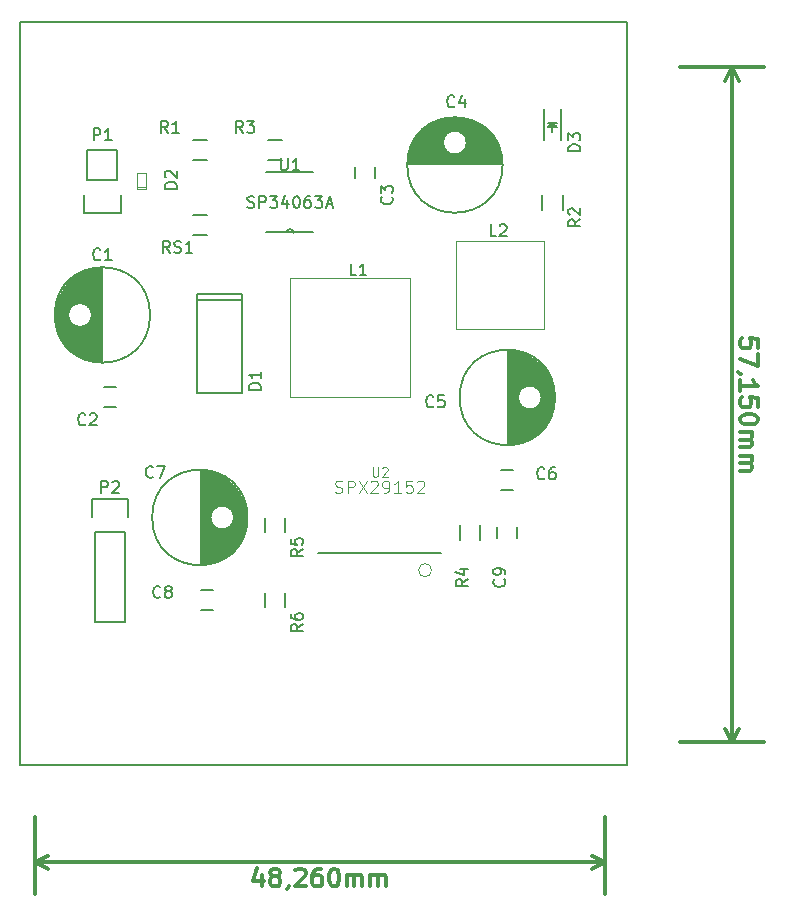
<source format=gbr>
G04 #@! TF.FileFunction,Legend,Top*
%FSLAX46Y46*%
G04 Gerber Fmt 4.6, Leading zero omitted, Abs format (unit mm)*
G04 Created by KiCad (PCBNEW 4.0.5+dfsg1-4~bpo8+1) date Tue Dec  5 21:37:09 2017*
%MOMM*%
%LPD*%
G01*
G04 APERTURE LIST*
%ADD10C,0.100000*%
%ADD11C,0.300000*%
%ADD12C,0.200000*%
%ADD13C,0.150000*%
%ADD14C,0.050000*%
%ADD15C,0.152400*%
%ADD16C,0.203200*%
G04 APERTURE END LIST*
D10*
D11*
X136676430Y-138823571D02*
X136676430Y-139823571D01*
X136319287Y-138252143D02*
X135962144Y-139323571D01*
X136890716Y-139323571D01*
X137676430Y-138966429D02*
X137533572Y-138895000D01*
X137462144Y-138823571D01*
X137390715Y-138680714D01*
X137390715Y-138609286D01*
X137462144Y-138466429D01*
X137533572Y-138395000D01*
X137676430Y-138323571D01*
X137962144Y-138323571D01*
X138105001Y-138395000D01*
X138176430Y-138466429D01*
X138247858Y-138609286D01*
X138247858Y-138680714D01*
X138176430Y-138823571D01*
X138105001Y-138895000D01*
X137962144Y-138966429D01*
X137676430Y-138966429D01*
X137533572Y-139037857D01*
X137462144Y-139109286D01*
X137390715Y-139252143D01*
X137390715Y-139537857D01*
X137462144Y-139680714D01*
X137533572Y-139752143D01*
X137676430Y-139823571D01*
X137962144Y-139823571D01*
X138105001Y-139752143D01*
X138176430Y-139680714D01*
X138247858Y-139537857D01*
X138247858Y-139252143D01*
X138176430Y-139109286D01*
X138105001Y-139037857D01*
X137962144Y-138966429D01*
X138962143Y-139752143D02*
X138962143Y-139823571D01*
X138890715Y-139966429D01*
X138819286Y-140037857D01*
X139533572Y-138466429D02*
X139605001Y-138395000D01*
X139747858Y-138323571D01*
X140105001Y-138323571D01*
X140247858Y-138395000D01*
X140319287Y-138466429D01*
X140390715Y-138609286D01*
X140390715Y-138752143D01*
X140319287Y-138966429D01*
X139462144Y-139823571D01*
X140390715Y-139823571D01*
X141676429Y-138323571D02*
X141390715Y-138323571D01*
X141247858Y-138395000D01*
X141176429Y-138466429D01*
X141033572Y-138680714D01*
X140962143Y-138966429D01*
X140962143Y-139537857D01*
X141033572Y-139680714D01*
X141105000Y-139752143D01*
X141247858Y-139823571D01*
X141533572Y-139823571D01*
X141676429Y-139752143D01*
X141747858Y-139680714D01*
X141819286Y-139537857D01*
X141819286Y-139180714D01*
X141747858Y-139037857D01*
X141676429Y-138966429D01*
X141533572Y-138895000D01*
X141247858Y-138895000D01*
X141105000Y-138966429D01*
X141033572Y-139037857D01*
X140962143Y-139180714D01*
X142747857Y-138323571D02*
X142890714Y-138323571D01*
X143033571Y-138395000D01*
X143105000Y-138466429D01*
X143176429Y-138609286D01*
X143247857Y-138895000D01*
X143247857Y-139252143D01*
X143176429Y-139537857D01*
X143105000Y-139680714D01*
X143033571Y-139752143D01*
X142890714Y-139823571D01*
X142747857Y-139823571D01*
X142605000Y-139752143D01*
X142533571Y-139680714D01*
X142462143Y-139537857D01*
X142390714Y-139252143D01*
X142390714Y-138895000D01*
X142462143Y-138609286D01*
X142533571Y-138466429D01*
X142605000Y-138395000D01*
X142747857Y-138323571D01*
X143890714Y-139823571D02*
X143890714Y-138823571D01*
X143890714Y-138966429D02*
X143962142Y-138895000D01*
X144105000Y-138823571D01*
X144319285Y-138823571D01*
X144462142Y-138895000D01*
X144533571Y-139037857D01*
X144533571Y-139823571D01*
X144533571Y-139037857D02*
X144605000Y-138895000D01*
X144747857Y-138823571D01*
X144962142Y-138823571D01*
X145105000Y-138895000D01*
X145176428Y-139037857D01*
X145176428Y-139823571D01*
X145890714Y-139823571D02*
X145890714Y-138823571D01*
X145890714Y-138966429D02*
X145962142Y-138895000D01*
X146105000Y-138823571D01*
X146319285Y-138823571D01*
X146462142Y-138895000D01*
X146533571Y-139037857D01*
X146533571Y-139823571D01*
X146533571Y-139037857D02*
X146605000Y-138895000D01*
X146747857Y-138823571D01*
X146962142Y-138823571D01*
X147105000Y-138895000D01*
X147176428Y-139037857D01*
X147176428Y-139823571D01*
X117475000Y-137795000D02*
X165735000Y-137795000D01*
X117475000Y-133985000D02*
X117475000Y-140495000D01*
X165735000Y-133985000D02*
X165735000Y-140495000D01*
X165735000Y-137795000D02*
X164608496Y-138381421D01*
X165735000Y-137795000D02*
X164608496Y-137208579D01*
X117475000Y-137795000D02*
X118601504Y-138381421D01*
X117475000Y-137795000D02*
X118601504Y-137208579D01*
X178701429Y-94202859D02*
X178701429Y-93488573D01*
X177987143Y-93417144D01*
X178058571Y-93488573D01*
X178130000Y-93631430D01*
X178130000Y-93988573D01*
X178058571Y-94131430D01*
X177987143Y-94202859D01*
X177844286Y-94274287D01*
X177487143Y-94274287D01*
X177344286Y-94202859D01*
X177272857Y-94131430D01*
X177201429Y-93988573D01*
X177201429Y-93631430D01*
X177272857Y-93488573D01*
X177344286Y-93417144D01*
X178701429Y-94774287D02*
X178701429Y-95774287D01*
X177201429Y-95131430D01*
X177272857Y-96417143D02*
X177201429Y-96417143D01*
X177058571Y-96345715D01*
X176987143Y-96274286D01*
X177201429Y-97845715D02*
X177201429Y-96988572D01*
X177201429Y-97417144D02*
X178701429Y-97417144D01*
X178487143Y-97274287D01*
X178344286Y-97131429D01*
X178272857Y-96988572D01*
X178701429Y-99202858D02*
X178701429Y-98488572D01*
X177987143Y-98417143D01*
X178058571Y-98488572D01*
X178130000Y-98631429D01*
X178130000Y-98988572D01*
X178058571Y-99131429D01*
X177987143Y-99202858D01*
X177844286Y-99274286D01*
X177487143Y-99274286D01*
X177344286Y-99202858D01*
X177272857Y-99131429D01*
X177201429Y-98988572D01*
X177201429Y-98631429D01*
X177272857Y-98488572D01*
X177344286Y-98417143D01*
X178701429Y-100202857D02*
X178701429Y-100345714D01*
X178630000Y-100488571D01*
X178558571Y-100560000D01*
X178415714Y-100631429D01*
X178130000Y-100702857D01*
X177772857Y-100702857D01*
X177487143Y-100631429D01*
X177344286Y-100560000D01*
X177272857Y-100488571D01*
X177201429Y-100345714D01*
X177201429Y-100202857D01*
X177272857Y-100060000D01*
X177344286Y-99988571D01*
X177487143Y-99917143D01*
X177772857Y-99845714D01*
X178130000Y-99845714D01*
X178415714Y-99917143D01*
X178558571Y-99988571D01*
X178630000Y-100060000D01*
X178701429Y-100202857D01*
X177201429Y-101345714D02*
X178201429Y-101345714D01*
X178058571Y-101345714D02*
X178130000Y-101417142D01*
X178201429Y-101560000D01*
X178201429Y-101774285D01*
X178130000Y-101917142D01*
X177987143Y-101988571D01*
X177201429Y-101988571D01*
X177987143Y-101988571D02*
X178130000Y-102060000D01*
X178201429Y-102202857D01*
X178201429Y-102417142D01*
X178130000Y-102560000D01*
X177987143Y-102631428D01*
X177201429Y-102631428D01*
X177201429Y-103345714D02*
X178201429Y-103345714D01*
X178058571Y-103345714D02*
X178130000Y-103417142D01*
X178201429Y-103560000D01*
X178201429Y-103774285D01*
X178130000Y-103917142D01*
X177987143Y-103988571D01*
X177201429Y-103988571D01*
X177987143Y-103988571D02*
X178130000Y-104060000D01*
X178201429Y-104202857D01*
X178201429Y-104417142D01*
X178130000Y-104560000D01*
X177987143Y-104631428D01*
X177201429Y-104631428D01*
X176530000Y-70485000D02*
X176530000Y-127635000D01*
X172085000Y-70485000D02*
X179230000Y-70485000D01*
X172085000Y-127635000D02*
X179230000Y-127635000D01*
X176530000Y-127635000D02*
X175943579Y-126508496D01*
X176530000Y-127635000D02*
X177116421Y-126508496D01*
X176530000Y-70485000D02*
X175943579Y-71611504D01*
X176530000Y-70485000D02*
X177116421Y-71611504D01*
D12*
X116205000Y-129540000D02*
X116205000Y-66675000D01*
X167640000Y-129540000D02*
X116205000Y-129540000D01*
X167640000Y-66675000D02*
X167640000Y-129540000D01*
X116205000Y-66675000D02*
X167640000Y-66675000D01*
D13*
X121920000Y-80010000D02*
X121920000Y-77470000D01*
X121640000Y-82830000D02*
X121640000Y-81280000D01*
X121920000Y-80010000D02*
X124460000Y-80010000D01*
X124740000Y-81280000D02*
X124740000Y-82830000D01*
X124740000Y-82830000D02*
X121640000Y-82830000D01*
X124460000Y-80010000D02*
X124460000Y-77470000D01*
X124460000Y-77470000D02*
X121920000Y-77470000D01*
X122555000Y-109855000D02*
X122555000Y-117475000D01*
X125095000Y-109855000D02*
X125095000Y-117475000D01*
X125375000Y-107035000D02*
X125375000Y-108585000D01*
X122555000Y-117475000D02*
X125095000Y-117475000D01*
X125095000Y-109855000D02*
X122555000Y-109855000D01*
X122275000Y-108585000D02*
X122275000Y-107035000D01*
X122275000Y-107035000D02*
X125375000Y-107035000D01*
X130845000Y-82945000D02*
X132045000Y-82945000D01*
X132045000Y-84695000D02*
X130845000Y-84695000D01*
X131191000Y-90170000D02*
X135001000Y-90170000D01*
X131191000Y-98044000D02*
X135001000Y-98044000D01*
X135001000Y-98044000D02*
X135001000Y-89662000D01*
X135001000Y-89662000D02*
X131191000Y-89662000D01*
X131191000Y-89662000D02*
X131191000Y-98044000D01*
X123120000Y-95439000D02*
X123120000Y-87441000D01*
X122980000Y-95434000D02*
X122980000Y-87446000D01*
X122840000Y-95424000D02*
X122840000Y-87456000D01*
X122700000Y-95409000D02*
X122700000Y-87471000D01*
X122560000Y-95389000D02*
X122560000Y-87491000D01*
X122420000Y-95364000D02*
X122420000Y-87516000D01*
X122280000Y-95334000D02*
X122280000Y-91613000D01*
X122280000Y-91267000D02*
X122280000Y-87546000D01*
X122140000Y-95298000D02*
X122140000Y-91975000D01*
X122140000Y-90905000D02*
X122140000Y-87582000D01*
X122000000Y-95257000D02*
X122000000Y-92149000D01*
X122000000Y-90731000D02*
X122000000Y-87623000D01*
X121860000Y-95211000D02*
X121860000Y-92265000D01*
X121860000Y-90615000D02*
X121860000Y-87669000D01*
X121720000Y-95158000D02*
X121720000Y-92345000D01*
X121720000Y-90535000D02*
X121720000Y-87722000D01*
X121580000Y-95099000D02*
X121580000Y-92399000D01*
X121580000Y-90481000D02*
X121580000Y-87781000D01*
X121440000Y-95034000D02*
X121440000Y-92429000D01*
X121440000Y-90451000D02*
X121440000Y-87846000D01*
X121300000Y-94963000D02*
X121300000Y-92440000D01*
X121300000Y-90440000D02*
X121300000Y-87917000D01*
X121160000Y-94884000D02*
X121160000Y-92431000D01*
X121160000Y-90449000D02*
X121160000Y-87996000D01*
X121020000Y-94797000D02*
X121020000Y-92401000D01*
X121020000Y-90479000D02*
X121020000Y-88083000D01*
X120880000Y-94702000D02*
X120880000Y-92350000D01*
X120880000Y-90530000D02*
X120880000Y-88178000D01*
X120740000Y-94598000D02*
X120740000Y-92272000D01*
X120740000Y-90608000D02*
X120740000Y-88282000D01*
X120600000Y-94484000D02*
X120600000Y-92159000D01*
X120600000Y-90721000D02*
X120600000Y-88396000D01*
X120460000Y-94359000D02*
X120460000Y-91990000D01*
X120460000Y-90890000D02*
X120460000Y-88521000D01*
X120320000Y-94221000D02*
X120320000Y-91662000D01*
X120320000Y-91218000D02*
X120320000Y-88659000D01*
X120180000Y-94069000D02*
X120180000Y-88811000D01*
X120040000Y-93899000D02*
X120040000Y-88981000D01*
X119900000Y-93708000D02*
X119900000Y-89172000D01*
X119760000Y-93490000D02*
X119760000Y-89390000D01*
X119620000Y-93234000D02*
X119620000Y-89646000D01*
X119480000Y-92923000D02*
X119480000Y-89957000D01*
X119340000Y-92507000D02*
X119340000Y-90373000D01*
X119200000Y-91640000D02*
X119200000Y-91240000D01*
X122295000Y-91440000D02*
G75*
G03X122295000Y-91440000I-1000000J0D01*
G01*
X127232500Y-91440000D02*
G75*
G03X127232500Y-91440000I-4037500J0D01*
G01*
X123325000Y-99275000D02*
X124325000Y-99275000D01*
X124325000Y-97575000D02*
X123325000Y-97575000D01*
X144565000Y-78875000D02*
X144565000Y-79875000D01*
X146265000Y-79875000D02*
X146265000Y-78875000D01*
X149036000Y-78670000D02*
X157034000Y-78670000D01*
X149041000Y-78530000D02*
X157029000Y-78530000D01*
X149051000Y-78390000D02*
X157019000Y-78390000D01*
X149066000Y-78250000D02*
X157004000Y-78250000D01*
X149086000Y-78110000D02*
X156984000Y-78110000D01*
X149111000Y-77970000D02*
X156959000Y-77970000D01*
X149141000Y-77830000D02*
X152862000Y-77830000D01*
X153208000Y-77830000D02*
X156929000Y-77830000D01*
X149177000Y-77690000D02*
X152500000Y-77690000D01*
X153570000Y-77690000D02*
X156893000Y-77690000D01*
X149218000Y-77550000D02*
X152326000Y-77550000D01*
X153744000Y-77550000D02*
X156852000Y-77550000D01*
X149264000Y-77410000D02*
X152210000Y-77410000D01*
X153860000Y-77410000D02*
X156806000Y-77410000D01*
X149317000Y-77270000D02*
X152130000Y-77270000D01*
X153940000Y-77270000D02*
X156753000Y-77270000D01*
X149376000Y-77130000D02*
X152076000Y-77130000D01*
X153994000Y-77130000D02*
X156694000Y-77130000D01*
X149441000Y-76990000D02*
X152046000Y-76990000D01*
X154024000Y-76990000D02*
X156629000Y-76990000D01*
X149512000Y-76850000D02*
X152035000Y-76850000D01*
X154035000Y-76850000D02*
X156558000Y-76850000D01*
X149591000Y-76710000D02*
X152044000Y-76710000D01*
X154026000Y-76710000D02*
X156479000Y-76710000D01*
X149678000Y-76570000D02*
X152074000Y-76570000D01*
X153996000Y-76570000D02*
X156392000Y-76570000D01*
X149773000Y-76430000D02*
X152125000Y-76430000D01*
X153945000Y-76430000D02*
X156297000Y-76430000D01*
X149877000Y-76290000D02*
X152203000Y-76290000D01*
X153867000Y-76290000D02*
X156193000Y-76290000D01*
X149991000Y-76150000D02*
X152316000Y-76150000D01*
X153754000Y-76150000D02*
X156079000Y-76150000D01*
X150116000Y-76010000D02*
X152485000Y-76010000D01*
X153585000Y-76010000D02*
X155954000Y-76010000D01*
X150254000Y-75870000D02*
X152813000Y-75870000D01*
X153257000Y-75870000D02*
X155816000Y-75870000D01*
X150406000Y-75730000D02*
X155664000Y-75730000D01*
X150576000Y-75590000D02*
X155494000Y-75590000D01*
X150767000Y-75450000D02*
X155303000Y-75450000D01*
X150985000Y-75310000D02*
X155085000Y-75310000D01*
X151241000Y-75170000D02*
X154829000Y-75170000D01*
X151552000Y-75030000D02*
X154518000Y-75030000D01*
X151968000Y-74890000D02*
X154102000Y-74890000D01*
X152835000Y-74750000D02*
X153235000Y-74750000D01*
X154035000Y-76845000D02*
G75*
G03X154035000Y-76845000I-1000000J0D01*
G01*
X157072500Y-78745000D02*
G75*
G03X157072500Y-78745000I-4037500J0D01*
G01*
X157550000Y-94426000D02*
X157550000Y-102424000D01*
X157690000Y-94431000D02*
X157690000Y-102419000D01*
X157830000Y-94441000D02*
X157830000Y-102409000D01*
X157970000Y-94456000D02*
X157970000Y-102394000D01*
X158110000Y-94476000D02*
X158110000Y-102374000D01*
X158250000Y-94501000D02*
X158250000Y-102349000D01*
X158390000Y-94531000D02*
X158390000Y-98252000D01*
X158390000Y-98598000D02*
X158390000Y-102319000D01*
X158530000Y-94567000D02*
X158530000Y-97890000D01*
X158530000Y-98960000D02*
X158530000Y-102283000D01*
X158670000Y-94608000D02*
X158670000Y-97716000D01*
X158670000Y-99134000D02*
X158670000Y-102242000D01*
X158810000Y-94654000D02*
X158810000Y-97600000D01*
X158810000Y-99250000D02*
X158810000Y-102196000D01*
X158950000Y-94707000D02*
X158950000Y-97520000D01*
X158950000Y-99330000D02*
X158950000Y-102143000D01*
X159090000Y-94766000D02*
X159090000Y-97466000D01*
X159090000Y-99384000D02*
X159090000Y-102084000D01*
X159230000Y-94831000D02*
X159230000Y-97436000D01*
X159230000Y-99414000D02*
X159230000Y-102019000D01*
X159370000Y-94902000D02*
X159370000Y-97425000D01*
X159370000Y-99425000D02*
X159370000Y-101948000D01*
X159510000Y-94981000D02*
X159510000Y-97434000D01*
X159510000Y-99416000D02*
X159510000Y-101869000D01*
X159650000Y-95068000D02*
X159650000Y-97464000D01*
X159650000Y-99386000D02*
X159650000Y-101782000D01*
X159790000Y-95163000D02*
X159790000Y-97515000D01*
X159790000Y-99335000D02*
X159790000Y-101687000D01*
X159930000Y-95267000D02*
X159930000Y-97593000D01*
X159930000Y-99257000D02*
X159930000Y-101583000D01*
X160070000Y-95381000D02*
X160070000Y-97706000D01*
X160070000Y-99144000D02*
X160070000Y-101469000D01*
X160210000Y-95506000D02*
X160210000Y-97875000D01*
X160210000Y-98975000D02*
X160210000Y-101344000D01*
X160350000Y-95644000D02*
X160350000Y-98203000D01*
X160350000Y-98647000D02*
X160350000Y-101206000D01*
X160490000Y-95796000D02*
X160490000Y-101054000D01*
X160630000Y-95966000D02*
X160630000Y-100884000D01*
X160770000Y-96157000D02*
X160770000Y-100693000D01*
X160910000Y-96375000D02*
X160910000Y-100475000D01*
X161050000Y-96631000D02*
X161050000Y-100219000D01*
X161190000Y-96942000D02*
X161190000Y-99908000D01*
X161330000Y-97358000D02*
X161330000Y-99492000D01*
X161470000Y-98225000D02*
X161470000Y-98625000D01*
X160375000Y-98425000D02*
G75*
G03X160375000Y-98425000I-1000000J0D01*
G01*
X161512500Y-98425000D02*
G75*
G03X161512500Y-98425000I-4037500J0D01*
G01*
X157980000Y-104560000D02*
X156980000Y-104560000D01*
X156980000Y-106260000D02*
X157980000Y-106260000D01*
X131515000Y-104586000D02*
X131515000Y-112584000D01*
X131655000Y-104591000D02*
X131655000Y-112579000D01*
X131795000Y-104601000D02*
X131795000Y-112569000D01*
X131935000Y-104616000D02*
X131935000Y-112554000D01*
X132075000Y-104636000D02*
X132075000Y-112534000D01*
X132215000Y-104661000D02*
X132215000Y-112509000D01*
X132355000Y-104691000D02*
X132355000Y-108412000D01*
X132355000Y-108758000D02*
X132355000Y-112479000D01*
X132495000Y-104727000D02*
X132495000Y-108050000D01*
X132495000Y-109120000D02*
X132495000Y-112443000D01*
X132635000Y-104768000D02*
X132635000Y-107876000D01*
X132635000Y-109294000D02*
X132635000Y-112402000D01*
X132775000Y-104814000D02*
X132775000Y-107760000D01*
X132775000Y-109410000D02*
X132775000Y-112356000D01*
X132915000Y-104867000D02*
X132915000Y-107680000D01*
X132915000Y-109490000D02*
X132915000Y-112303000D01*
X133055000Y-104926000D02*
X133055000Y-107626000D01*
X133055000Y-109544000D02*
X133055000Y-112244000D01*
X133195000Y-104991000D02*
X133195000Y-107596000D01*
X133195000Y-109574000D02*
X133195000Y-112179000D01*
X133335000Y-105062000D02*
X133335000Y-107585000D01*
X133335000Y-109585000D02*
X133335000Y-112108000D01*
X133475000Y-105141000D02*
X133475000Y-107594000D01*
X133475000Y-109576000D02*
X133475000Y-112029000D01*
X133615000Y-105228000D02*
X133615000Y-107624000D01*
X133615000Y-109546000D02*
X133615000Y-111942000D01*
X133755000Y-105323000D02*
X133755000Y-107675000D01*
X133755000Y-109495000D02*
X133755000Y-111847000D01*
X133895000Y-105427000D02*
X133895000Y-107753000D01*
X133895000Y-109417000D02*
X133895000Y-111743000D01*
X134035000Y-105541000D02*
X134035000Y-107866000D01*
X134035000Y-109304000D02*
X134035000Y-111629000D01*
X134175000Y-105666000D02*
X134175000Y-108035000D01*
X134175000Y-109135000D02*
X134175000Y-111504000D01*
X134315000Y-105804000D02*
X134315000Y-108363000D01*
X134315000Y-108807000D02*
X134315000Y-111366000D01*
X134455000Y-105956000D02*
X134455000Y-111214000D01*
X134595000Y-106126000D02*
X134595000Y-111044000D01*
X134735000Y-106317000D02*
X134735000Y-110853000D01*
X134875000Y-106535000D02*
X134875000Y-110635000D01*
X135015000Y-106791000D02*
X135015000Y-110379000D01*
X135155000Y-107102000D02*
X135155000Y-110068000D01*
X135295000Y-107518000D02*
X135295000Y-109652000D01*
X135435000Y-108385000D02*
X135435000Y-108785000D01*
X134340000Y-108585000D02*
G75*
G03X134340000Y-108585000I-1000000J0D01*
G01*
X135477500Y-108585000D02*
G75*
G03X135477500Y-108585000I-4037500J0D01*
G01*
X132580000Y-114720000D02*
X131580000Y-114720000D01*
X131580000Y-116420000D02*
X132580000Y-116420000D01*
X156630000Y-109355000D02*
X156630000Y-110355000D01*
X158330000Y-110355000D02*
X158330000Y-109355000D01*
D14*
X126892000Y-80610000D02*
X126092000Y-80610000D01*
X126092000Y-80610000D02*
X126092000Y-80810000D01*
X126092000Y-80810000D02*
X126892000Y-80810000D01*
X126892000Y-80810000D02*
X126892000Y-79410000D01*
X126892000Y-79410000D02*
X126092000Y-79410000D01*
X126092000Y-79410000D02*
X126092000Y-80610000D01*
D13*
X160540000Y-73965000D02*
X160540000Y-76665000D01*
X162040000Y-73965000D02*
X162040000Y-76665000D01*
X161140000Y-75465000D02*
X161390000Y-75465000D01*
X161390000Y-75465000D02*
X161240000Y-75315000D01*
X161640000Y-75215000D02*
X160940000Y-75215000D01*
X161290000Y-75565000D02*
X161290000Y-75915000D01*
X161290000Y-75215000D02*
X161640000Y-75565000D01*
X161640000Y-75565000D02*
X160940000Y-75565000D01*
X160940000Y-75565000D02*
X161290000Y-75215000D01*
X130845000Y-76595000D02*
X132045000Y-76595000D01*
X132045000Y-78345000D02*
X130845000Y-78345000D01*
X162165000Y-81315000D02*
X162165000Y-82515000D01*
X160415000Y-82515000D02*
X160415000Y-81315000D01*
X137195000Y-76595000D02*
X138395000Y-76595000D01*
X138395000Y-78345000D02*
X137195000Y-78345000D01*
X155180000Y-109255000D02*
X155180000Y-110455000D01*
X153430000Y-110455000D02*
X153430000Y-109255000D01*
X138670000Y-108620000D02*
X138670000Y-109820000D01*
X136920000Y-109820000D02*
X136920000Y-108620000D01*
X138670000Y-114970000D02*
X138670000Y-116170000D01*
X136920000Y-116170000D02*
X136920000Y-114970000D01*
D15*
X141058900Y-79375000D02*
X137071100Y-79375000D01*
X137071100Y-84455000D02*
X141058900Y-84455000D01*
X139369800Y-84467700D02*
G75*
G03X138760200Y-84467700I-304800J0D01*
G01*
D14*
X160595000Y-92650000D02*
X153095000Y-92650000D01*
X153095000Y-92650000D02*
X153095000Y-85150000D01*
X160595000Y-85150000D02*
X153095000Y-85150000D01*
X160595000Y-92650000D02*
X160595000Y-85150000D01*
D16*
X141484390Y-111571070D02*
X151884390Y-111571070D01*
D10*
X151061590Y-113046070D02*
G75*
G03X151061590Y-113046070I-552200J0D01*
G01*
D14*
X139095000Y-88345000D02*
X149195000Y-88345000D01*
X149195000Y-88345000D02*
X149195000Y-98345000D01*
X139095000Y-98345000D02*
X149195000Y-98345000D01*
X139095000Y-98345000D02*
X139095000Y-88345000D01*
D13*
X122451905Y-76652381D02*
X122451905Y-75652381D01*
X122832858Y-75652381D01*
X122928096Y-75700000D01*
X122975715Y-75747619D01*
X123023334Y-75842857D01*
X123023334Y-75985714D01*
X122975715Y-76080952D01*
X122928096Y-76128571D01*
X122832858Y-76176190D01*
X122451905Y-76176190D01*
X123975715Y-76652381D02*
X123404286Y-76652381D01*
X123690000Y-76652381D02*
X123690000Y-75652381D01*
X123594762Y-75795238D01*
X123499524Y-75890476D01*
X123404286Y-75938095D01*
X123086905Y-106497381D02*
X123086905Y-105497381D01*
X123467858Y-105497381D01*
X123563096Y-105545000D01*
X123610715Y-105592619D01*
X123658334Y-105687857D01*
X123658334Y-105830714D01*
X123610715Y-105925952D01*
X123563096Y-105973571D01*
X123467858Y-106021190D01*
X123086905Y-106021190D01*
X124039286Y-105592619D02*
X124086905Y-105545000D01*
X124182143Y-105497381D01*
X124420239Y-105497381D01*
X124515477Y-105545000D01*
X124563096Y-105592619D01*
X124610715Y-105687857D01*
X124610715Y-105783095D01*
X124563096Y-105925952D01*
X123991667Y-106497381D01*
X124610715Y-106497381D01*
X128897143Y-86177381D02*
X128563809Y-85701190D01*
X128325714Y-86177381D02*
X128325714Y-85177381D01*
X128706667Y-85177381D01*
X128801905Y-85225000D01*
X128849524Y-85272619D01*
X128897143Y-85367857D01*
X128897143Y-85510714D01*
X128849524Y-85605952D01*
X128801905Y-85653571D01*
X128706667Y-85701190D01*
X128325714Y-85701190D01*
X129278095Y-86129762D02*
X129420952Y-86177381D01*
X129659048Y-86177381D01*
X129754286Y-86129762D01*
X129801905Y-86082143D01*
X129849524Y-85986905D01*
X129849524Y-85891667D01*
X129801905Y-85796429D01*
X129754286Y-85748810D01*
X129659048Y-85701190D01*
X129468571Y-85653571D01*
X129373333Y-85605952D01*
X129325714Y-85558333D01*
X129278095Y-85463095D01*
X129278095Y-85367857D01*
X129325714Y-85272619D01*
X129373333Y-85225000D01*
X129468571Y-85177381D01*
X129706667Y-85177381D01*
X129849524Y-85225000D01*
X130801905Y-86177381D02*
X130230476Y-86177381D01*
X130516190Y-86177381D02*
X130516190Y-85177381D01*
X130420952Y-85320238D01*
X130325714Y-85415476D01*
X130230476Y-85463095D01*
X136596381Y-97766095D02*
X135596381Y-97766095D01*
X135596381Y-97528000D01*
X135644000Y-97385142D01*
X135739238Y-97289904D01*
X135834476Y-97242285D01*
X136024952Y-97194666D01*
X136167810Y-97194666D01*
X136358286Y-97242285D01*
X136453524Y-97289904D01*
X136548762Y-97385142D01*
X136596381Y-97528000D01*
X136596381Y-97766095D01*
X136596381Y-96242285D02*
X136596381Y-96813714D01*
X136596381Y-96528000D02*
X135596381Y-96528000D01*
X135739238Y-96623238D01*
X135834476Y-96718476D01*
X135882095Y-96813714D01*
X123023334Y-86717143D02*
X122975715Y-86764762D01*
X122832858Y-86812381D01*
X122737620Y-86812381D01*
X122594762Y-86764762D01*
X122499524Y-86669524D01*
X122451905Y-86574286D01*
X122404286Y-86383810D01*
X122404286Y-86240952D01*
X122451905Y-86050476D01*
X122499524Y-85955238D01*
X122594762Y-85860000D01*
X122737620Y-85812381D01*
X122832858Y-85812381D01*
X122975715Y-85860000D01*
X123023334Y-85907619D01*
X123975715Y-86812381D02*
X123404286Y-86812381D01*
X123690000Y-86812381D02*
X123690000Y-85812381D01*
X123594762Y-85955238D01*
X123499524Y-86050476D01*
X123404286Y-86098095D01*
X121753334Y-100687143D02*
X121705715Y-100734762D01*
X121562858Y-100782381D01*
X121467620Y-100782381D01*
X121324762Y-100734762D01*
X121229524Y-100639524D01*
X121181905Y-100544286D01*
X121134286Y-100353810D01*
X121134286Y-100210952D01*
X121181905Y-100020476D01*
X121229524Y-99925238D01*
X121324762Y-99830000D01*
X121467620Y-99782381D01*
X121562858Y-99782381D01*
X121705715Y-99830000D01*
X121753334Y-99877619D01*
X122134286Y-99877619D02*
X122181905Y-99830000D01*
X122277143Y-99782381D01*
X122515239Y-99782381D01*
X122610477Y-99830000D01*
X122658096Y-99877619D01*
X122705715Y-99972857D01*
X122705715Y-100068095D01*
X122658096Y-100210952D01*
X122086667Y-100782381D01*
X122705715Y-100782381D01*
X147677143Y-81446666D02*
X147724762Y-81494285D01*
X147772381Y-81637142D01*
X147772381Y-81732380D01*
X147724762Y-81875238D01*
X147629524Y-81970476D01*
X147534286Y-82018095D01*
X147343810Y-82065714D01*
X147200952Y-82065714D01*
X147010476Y-82018095D01*
X146915238Y-81970476D01*
X146820000Y-81875238D01*
X146772381Y-81732380D01*
X146772381Y-81637142D01*
X146820000Y-81494285D01*
X146867619Y-81446666D01*
X146772381Y-81113333D02*
X146772381Y-80494285D01*
X147153333Y-80827619D01*
X147153333Y-80684761D01*
X147200952Y-80589523D01*
X147248571Y-80541904D01*
X147343810Y-80494285D01*
X147581905Y-80494285D01*
X147677143Y-80541904D01*
X147724762Y-80589523D01*
X147772381Y-80684761D01*
X147772381Y-80970476D01*
X147724762Y-81065714D01*
X147677143Y-81113333D01*
X152995334Y-73763143D02*
X152947715Y-73810762D01*
X152804858Y-73858381D01*
X152709620Y-73858381D01*
X152566762Y-73810762D01*
X152471524Y-73715524D01*
X152423905Y-73620286D01*
X152376286Y-73429810D01*
X152376286Y-73286952D01*
X152423905Y-73096476D01*
X152471524Y-73001238D01*
X152566762Y-72906000D01*
X152709620Y-72858381D01*
X152804858Y-72858381D01*
X152947715Y-72906000D01*
X152995334Y-72953619D01*
X153852477Y-73191714D02*
X153852477Y-73858381D01*
X153614381Y-72810762D02*
X153376286Y-73525048D01*
X153995334Y-73525048D01*
X151217334Y-99163143D02*
X151169715Y-99210762D01*
X151026858Y-99258381D01*
X150931620Y-99258381D01*
X150788762Y-99210762D01*
X150693524Y-99115524D01*
X150645905Y-99020286D01*
X150598286Y-98829810D01*
X150598286Y-98686952D01*
X150645905Y-98496476D01*
X150693524Y-98401238D01*
X150788762Y-98306000D01*
X150931620Y-98258381D01*
X151026858Y-98258381D01*
X151169715Y-98306000D01*
X151217334Y-98353619D01*
X152122096Y-98258381D02*
X151645905Y-98258381D01*
X151598286Y-98734571D01*
X151645905Y-98686952D01*
X151741143Y-98639333D01*
X151979239Y-98639333D01*
X152074477Y-98686952D01*
X152122096Y-98734571D01*
X152169715Y-98829810D01*
X152169715Y-99067905D01*
X152122096Y-99163143D01*
X152074477Y-99210762D01*
X151979239Y-99258381D01*
X151741143Y-99258381D01*
X151645905Y-99210762D01*
X151598286Y-99163143D01*
X160615334Y-105259143D02*
X160567715Y-105306762D01*
X160424858Y-105354381D01*
X160329620Y-105354381D01*
X160186762Y-105306762D01*
X160091524Y-105211524D01*
X160043905Y-105116286D01*
X159996286Y-104925810D01*
X159996286Y-104782952D01*
X160043905Y-104592476D01*
X160091524Y-104497238D01*
X160186762Y-104402000D01*
X160329620Y-104354381D01*
X160424858Y-104354381D01*
X160567715Y-104402000D01*
X160615334Y-104449619D01*
X161472477Y-104354381D02*
X161282000Y-104354381D01*
X161186762Y-104402000D01*
X161139143Y-104449619D01*
X161043905Y-104592476D01*
X160996286Y-104782952D01*
X160996286Y-105163905D01*
X161043905Y-105259143D01*
X161091524Y-105306762D01*
X161186762Y-105354381D01*
X161377239Y-105354381D01*
X161472477Y-105306762D01*
X161520096Y-105259143D01*
X161567715Y-105163905D01*
X161567715Y-104925810D01*
X161520096Y-104830571D01*
X161472477Y-104782952D01*
X161377239Y-104735333D01*
X161186762Y-104735333D01*
X161091524Y-104782952D01*
X161043905Y-104830571D01*
X160996286Y-104925810D01*
X127468334Y-105132143D02*
X127420715Y-105179762D01*
X127277858Y-105227381D01*
X127182620Y-105227381D01*
X127039762Y-105179762D01*
X126944524Y-105084524D01*
X126896905Y-104989286D01*
X126849286Y-104798810D01*
X126849286Y-104655952D01*
X126896905Y-104465476D01*
X126944524Y-104370238D01*
X127039762Y-104275000D01*
X127182620Y-104227381D01*
X127277858Y-104227381D01*
X127420715Y-104275000D01*
X127468334Y-104322619D01*
X127801667Y-104227381D02*
X128468334Y-104227381D01*
X128039762Y-105227381D01*
X128103334Y-115292143D02*
X128055715Y-115339762D01*
X127912858Y-115387381D01*
X127817620Y-115387381D01*
X127674762Y-115339762D01*
X127579524Y-115244524D01*
X127531905Y-115149286D01*
X127484286Y-114958810D01*
X127484286Y-114815952D01*
X127531905Y-114625476D01*
X127579524Y-114530238D01*
X127674762Y-114435000D01*
X127817620Y-114387381D01*
X127912858Y-114387381D01*
X128055715Y-114435000D01*
X128103334Y-114482619D01*
X128674762Y-114815952D02*
X128579524Y-114768333D01*
X128531905Y-114720714D01*
X128484286Y-114625476D01*
X128484286Y-114577857D01*
X128531905Y-114482619D01*
X128579524Y-114435000D01*
X128674762Y-114387381D01*
X128865239Y-114387381D01*
X128960477Y-114435000D01*
X129008096Y-114482619D01*
X129055715Y-114577857D01*
X129055715Y-114625476D01*
X129008096Y-114720714D01*
X128960477Y-114768333D01*
X128865239Y-114815952D01*
X128674762Y-114815952D01*
X128579524Y-114863571D01*
X128531905Y-114911190D01*
X128484286Y-115006429D01*
X128484286Y-115196905D01*
X128531905Y-115292143D01*
X128579524Y-115339762D01*
X128674762Y-115387381D01*
X128865239Y-115387381D01*
X128960477Y-115339762D01*
X129008096Y-115292143D01*
X129055715Y-115196905D01*
X129055715Y-115006429D01*
X129008096Y-114911190D01*
X128960477Y-114863571D01*
X128865239Y-114815952D01*
X157202143Y-113831666D02*
X157249762Y-113879285D01*
X157297381Y-114022142D01*
X157297381Y-114117380D01*
X157249762Y-114260238D01*
X157154524Y-114355476D01*
X157059286Y-114403095D01*
X156868810Y-114450714D01*
X156725952Y-114450714D01*
X156535476Y-114403095D01*
X156440238Y-114355476D01*
X156345000Y-114260238D01*
X156297381Y-114117380D01*
X156297381Y-114022142D01*
X156345000Y-113879285D01*
X156392619Y-113831666D01*
X157297381Y-113355476D02*
X157297381Y-113165000D01*
X157249762Y-113069761D01*
X157202143Y-113022142D01*
X157059286Y-112926904D01*
X156868810Y-112879285D01*
X156487857Y-112879285D01*
X156392619Y-112926904D01*
X156345000Y-112974523D01*
X156297381Y-113069761D01*
X156297381Y-113260238D01*
X156345000Y-113355476D01*
X156392619Y-113403095D01*
X156487857Y-113450714D01*
X156725952Y-113450714D01*
X156821190Y-113403095D01*
X156868810Y-113355476D01*
X156916429Y-113260238D01*
X156916429Y-113069761D01*
X156868810Y-112974523D01*
X156821190Y-112926904D01*
X156725952Y-112879285D01*
X129484381Y-80748095D02*
X128484381Y-80748095D01*
X128484381Y-80510000D01*
X128532000Y-80367142D01*
X128627238Y-80271904D01*
X128722476Y-80224285D01*
X128912952Y-80176666D01*
X129055810Y-80176666D01*
X129246286Y-80224285D01*
X129341524Y-80271904D01*
X129436762Y-80367142D01*
X129484381Y-80510000D01*
X129484381Y-80748095D01*
X128579619Y-79795714D02*
X128532000Y-79748095D01*
X128484381Y-79652857D01*
X128484381Y-79414761D01*
X128532000Y-79319523D01*
X128579619Y-79271904D01*
X128674857Y-79224285D01*
X128770095Y-79224285D01*
X128912952Y-79271904D01*
X129484381Y-79843333D01*
X129484381Y-79224285D01*
X163647381Y-77573095D02*
X162647381Y-77573095D01*
X162647381Y-77335000D01*
X162695000Y-77192142D01*
X162790238Y-77096904D01*
X162885476Y-77049285D01*
X163075952Y-77001666D01*
X163218810Y-77001666D01*
X163409286Y-77049285D01*
X163504524Y-77096904D01*
X163599762Y-77192142D01*
X163647381Y-77335000D01*
X163647381Y-77573095D01*
X162647381Y-76668333D02*
X162647381Y-76049285D01*
X163028333Y-76382619D01*
X163028333Y-76239761D01*
X163075952Y-76144523D01*
X163123571Y-76096904D01*
X163218810Y-76049285D01*
X163456905Y-76049285D01*
X163552143Y-76096904D01*
X163599762Y-76144523D01*
X163647381Y-76239761D01*
X163647381Y-76525476D01*
X163599762Y-76620714D01*
X163552143Y-76668333D01*
X128738334Y-76017381D02*
X128405000Y-75541190D01*
X128166905Y-76017381D02*
X128166905Y-75017381D01*
X128547858Y-75017381D01*
X128643096Y-75065000D01*
X128690715Y-75112619D01*
X128738334Y-75207857D01*
X128738334Y-75350714D01*
X128690715Y-75445952D01*
X128643096Y-75493571D01*
X128547858Y-75541190D01*
X128166905Y-75541190D01*
X129690715Y-76017381D02*
X129119286Y-76017381D01*
X129405000Y-76017381D02*
X129405000Y-75017381D01*
X129309762Y-75160238D01*
X129214524Y-75255476D01*
X129119286Y-75303095D01*
X163647381Y-83351666D02*
X163171190Y-83685000D01*
X163647381Y-83923095D02*
X162647381Y-83923095D01*
X162647381Y-83542142D01*
X162695000Y-83446904D01*
X162742619Y-83399285D01*
X162837857Y-83351666D01*
X162980714Y-83351666D01*
X163075952Y-83399285D01*
X163123571Y-83446904D01*
X163171190Y-83542142D01*
X163171190Y-83923095D01*
X162742619Y-82970714D02*
X162695000Y-82923095D01*
X162647381Y-82827857D01*
X162647381Y-82589761D01*
X162695000Y-82494523D01*
X162742619Y-82446904D01*
X162837857Y-82399285D01*
X162933095Y-82399285D01*
X163075952Y-82446904D01*
X163647381Y-83018333D01*
X163647381Y-82399285D01*
X135088334Y-76017381D02*
X134755000Y-75541190D01*
X134516905Y-76017381D02*
X134516905Y-75017381D01*
X134897858Y-75017381D01*
X134993096Y-75065000D01*
X135040715Y-75112619D01*
X135088334Y-75207857D01*
X135088334Y-75350714D01*
X135040715Y-75445952D01*
X134993096Y-75493571D01*
X134897858Y-75541190D01*
X134516905Y-75541190D01*
X135421667Y-75017381D02*
X136040715Y-75017381D01*
X135707381Y-75398333D01*
X135850239Y-75398333D01*
X135945477Y-75445952D01*
X135993096Y-75493571D01*
X136040715Y-75588810D01*
X136040715Y-75826905D01*
X135993096Y-75922143D01*
X135945477Y-75969762D01*
X135850239Y-76017381D01*
X135564524Y-76017381D01*
X135469286Y-75969762D01*
X135421667Y-75922143D01*
X154122381Y-113831666D02*
X153646190Y-114165000D01*
X154122381Y-114403095D02*
X153122381Y-114403095D01*
X153122381Y-114022142D01*
X153170000Y-113926904D01*
X153217619Y-113879285D01*
X153312857Y-113831666D01*
X153455714Y-113831666D01*
X153550952Y-113879285D01*
X153598571Y-113926904D01*
X153646190Y-114022142D01*
X153646190Y-114403095D01*
X153455714Y-112974523D02*
X154122381Y-112974523D01*
X153074762Y-113212619D02*
X153789048Y-113450714D01*
X153789048Y-112831666D01*
X140152381Y-111291666D02*
X139676190Y-111625000D01*
X140152381Y-111863095D02*
X139152381Y-111863095D01*
X139152381Y-111482142D01*
X139200000Y-111386904D01*
X139247619Y-111339285D01*
X139342857Y-111291666D01*
X139485714Y-111291666D01*
X139580952Y-111339285D01*
X139628571Y-111386904D01*
X139676190Y-111482142D01*
X139676190Y-111863095D01*
X139152381Y-110386904D02*
X139152381Y-110863095D01*
X139628571Y-110910714D01*
X139580952Y-110863095D01*
X139533333Y-110767857D01*
X139533333Y-110529761D01*
X139580952Y-110434523D01*
X139628571Y-110386904D01*
X139723810Y-110339285D01*
X139961905Y-110339285D01*
X140057143Y-110386904D01*
X140104762Y-110434523D01*
X140152381Y-110529761D01*
X140152381Y-110767857D01*
X140104762Y-110863095D01*
X140057143Y-110910714D01*
X140152381Y-117641666D02*
X139676190Y-117975000D01*
X140152381Y-118213095D02*
X139152381Y-118213095D01*
X139152381Y-117832142D01*
X139200000Y-117736904D01*
X139247619Y-117689285D01*
X139342857Y-117641666D01*
X139485714Y-117641666D01*
X139580952Y-117689285D01*
X139628571Y-117736904D01*
X139676190Y-117832142D01*
X139676190Y-118213095D01*
X139152381Y-116784523D02*
X139152381Y-116975000D01*
X139200000Y-117070238D01*
X139247619Y-117117857D01*
X139390476Y-117213095D01*
X139580952Y-117260714D01*
X139961905Y-117260714D01*
X140057143Y-117213095D01*
X140104762Y-117165476D01*
X140152381Y-117070238D01*
X140152381Y-116879761D01*
X140104762Y-116784523D01*
X140057143Y-116736904D01*
X139961905Y-116689285D01*
X139723810Y-116689285D01*
X139628571Y-116736904D01*
X139580952Y-116784523D01*
X139533333Y-116879761D01*
X139533333Y-117070238D01*
X139580952Y-117165476D01*
X139628571Y-117213095D01*
X139723810Y-117260714D01*
X138303095Y-78192381D02*
X138303095Y-79001905D01*
X138350714Y-79097143D01*
X138398333Y-79144762D01*
X138493571Y-79192381D01*
X138684048Y-79192381D01*
X138779286Y-79144762D01*
X138826905Y-79097143D01*
X138874524Y-79001905D01*
X138874524Y-78192381D01*
X139874524Y-79192381D02*
X139303095Y-79192381D01*
X139588809Y-79192381D02*
X139588809Y-78192381D01*
X139493571Y-78335238D01*
X139398333Y-78430476D01*
X139303095Y-78478095D01*
X135469762Y-82319762D02*
X135612619Y-82367381D01*
X135850715Y-82367381D01*
X135945953Y-82319762D01*
X135993572Y-82272143D01*
X136041191Y-82176905D01*
X136041191Y-82081667D01*
X135993572Y-81986429D01*
X135945953Y-81938810D01*
X135850715Y-81891190D01*
X135660238Y-81843571D01*
X135565000Y-81795952D01*
X135517381Y-81748333D01*
X135469762Y-81653095D01*
X135469762Y-81557857D01*
X135517381Y-81462619D01*
X135565000Y-81415000D01*
X135660238Y-81367381D01*
X135898334Y-81367381D01*
X136041191Y-81415000D01*
X136469762Y-82367381D02*
X136469762Y-81367381D01*
X136850715Y-81367381D01*
X136945953Y-81415000D01*
X136993572Y-81462619D01*
X137041191Y-81557857D01*
X137041191Y-81700714D01*
X136993572Y-81795952D01*
X136945953Y-81843571D01*
X136850715Y-81891190D01*
X136469762Y-81891190D01*
X137374524Y-81367381D02*
X137993572Y-81367381D01*
X137660238Y-81748333D01*
X137803096Y-81748333D01*
X137898334Y-81795952D01*
X137945953Y-81843571D01*
X137993572Y-81938810D01*
X137993572Y-82176905D01*
X137945953Y-82272143D01*
X137898334Y-82319762D01*
X137803096Y-82367381D01*
X137517381Y-82367381D01*
X137422143Y-82319762D01*
X137374524Y-82272143D01*
X138850715Y-81700714D02*
X138850715Y-82367381D01*
X138612619Y-81319762D02*
X138374524Y-82034048D01*
X138993572Y-82034048D01*
X139565000Y-81367381D02*
X139660239Y-81367381D01*
X139755477Y-81415000D01*
X139803096Y-81462619D01*
X139850715Y-81557857D01*
X139898334Y-81748333D01*
X139898334Y-81986429D01*
X139850715Y-82176905D01*
X139803096Y-82272143D01*
X139755477Y-82319762D01*
X139660239Y-82367381D01*
X139565000Y-82367381D01*
X139469762Y-82319762D01*
X139422143Y-82272143D01*
X139374524Y-82176905D01*
X139326905Y-81986429D01*
X139326905Y-81748333D01*
X139374524Y-81557857D01*
X139422143Y-81462619D01*
X139469762Y-81415000D01*
X139565000Y-81367381D01*
X140755477Y-81367381D02*
X140565000Y-81367381D01*
X140469762Y-81415000D01*
X140422143Y-81462619D01*
X140326905Y-81605476D01*
X140279286Y-81795952D01*
X140279286Y-82176905D01*
X140326905Y-82272143D01*
X140374524Y-82319762D01*
X140469762Y-82367381D01*
X140660239Y-82367381D01*
X140755477Y-82319762D01*
X140803096Y-82272143D01*
X140850715Y-82176905D01*
X140850715Y-81938810D01*
X140803096Y-81843571D01*
X140755477Y-81795952D01*
X140660239Y-81748333D01*
X140469762Y-81748333D01*
X140374524Y-81795952D01*
X140326905Y-81843571D01*
X140279286Y-81938810D01*
X141184048Y-81367381D02*
X141803096Y-81367381D01*
X141469762Y-81748333D01*
X141612620Y-81748333D01*
X141707858Y-81795952D01*
X141755477Y-81843571D01*
X141803096Y-81938810D01*
X141803096Y-82176905D01*
X141755477Y-82272143D01*
X141707858Y-82319762D01*
X141612620Y-82367381D01*
X141326905Y-82367381D01*
X141231667Y-82319762D01*
X141184048Y-82272143D01*
X142184048Y-82081667D02*
X142660239Y-82081667D01*
X142088810Y-82367381D02*
X142422143Y-81367381D01*
X142755477Y-82367381D01*
X156551334Y-84780381D02*
X156075143Y-84780381D01*
X156075143Y-83780381D01*
X156837048Y-83875619D02*
X156884667Y-83828000D01*
X156979905Y-83780381D01*
X157218001Y-83780381D01*
X157313239Y-83828000D01*
X157360858Y-83875619D01*
X157408477Y-83970857D01*
X157408477Y-84066095D01*
X157360858Y-84208952D01*
X156789429Y-84780381D01*
X157408477Y-84780381D01*
D14*
X146075476Y-104336905D02*
X146075476Y-104984524D01*
X146113571Y-105060714D01*
X146151667Y-105098810D01*
X146227857Y-105136905D01*
X146380238Y-105136905D01*
X146456429Y-105098810D01*
X146494524Y-105060714D01*
X146532619Y-104984524D01*
X146532619Y-104336905D01*
X146875476Y-104413095D02*
X146913571Y-104375000D01*
X146989762Y-104336905D01*
X147180238Y-104336905D01*
X147256428Y-104375000D01*
X147294524Y-104413095D01*
X147332619Y-104489286D01*
X147332619Y-104565476D01*
X147294524Y-104679762D01*
X146837381Y-105136905D01*
X147332619Y-105136905D01*
X142913952Y-106464005D02*
X143061836Y-106513300D01*
X143308310Y-106513300D01*
X143406900Y-106464005D01*
X143456194Y-106414711D01*
X143505489Y-106316121D01*
X143505489Y-106217532D01*
X143456194Y-106118942D01*
X143406900Y-106069647D01*
X143308310Y-106020353D01*
X143111131Y-105971058D01*
X143012542Y-105921763D01*
X142963247Y-105872468D01*
X142913952Y-105773879D01*
X142913952Y-105675289D01*
X142963247Y-105576700D01*
X143012542Y-105527405D01*
X143111131Y-105478110D01*
X143357605Y-105478110D01*
X143505489Y-105527405D01*
X143949142Y-106513300D02*
X143949142Y-105478110D01*
X144343500Y-105478110D01*
X144442089Y-105527405D01*
X144491384Y-105576700D01*
X144540679Y-105675289D01*
X144540679Y-105823174D01*
X144491384Y-105921763D01*
X144442089Y-105971058D01*
X144343500Y-106020353D01*
X143949142Y-106020353D01*
X144885742Y-105478110D02*
X145575869Y-106513300D01*
X145575869Y-105478110D02*
X144885742Y-106513300D01*
X145920932Y-105576700D02*
X145970227Y-105527405D01*
X146068816Y-105478110D01*
X146315290Y-105478110D01*
X146413880Y-105527405D01*
X146463174Y-105576700D01*
X146512469Y-105675289D01*
X146512469Y-105773879D01*
X146463174Y-105921763D01*
X145871637Y-106513300D01*
X146512469Y-106513300D01*
X147005417Y-106513300D02*
X147202596Y-106513300D01*
X147301185Y-106464005D01*
X147350480Y-106414711D01*
X147449069Y-106266826D01*
X147498364Y-106069647D01*
X147498364Y-105675289D01*
X147449069Y-105576700D01*
X147399775Y-105527405D01*
X147301185Y-105478110D01*
X147104006Y-105478110D01*
X147005417Y-105527405D01*
X146956122Y-105576700D01*
X146906827Y-105675289D01*
X146906827Y-105921763D01*
X146956122Y-106020353D01*
X147005417Y-106069647D01*
X147104006Y-106118942D01*
X147301185Y-106118942D01*
X147399775Y-106069647D01*
X147449069Y-106020353D01*
X147498364Y-105921763D01*
X148484259Y-106513300D02*
X147892722Y-106513300D01*
X148188491Y-106513300D02*
X148188491Y-105478110D01*
X148089901Y-105625995D01*
X147991312Y-105724584D01*
X147892722Y-105773879D01*
X149420859Y-105478110D02*
X148927912Y-105478110D01*
X148878617Y-105971058D01*
X148927912Y-105921763D01*
X149026501Y-105872468D01*
X149272975Y-105872468D01*
X149371565Y-105921763D01*
X149420859Y-105971058D01*
X149470154Y-106069647D01*
X149470154Y-106316121D01*
X149420859Y-106414711D01*
X149371565Y-106464005D01*
X149272975Y-106513300D01*
X149026501Y-106513300D01*
X148927912Y-106464005D01*
X148878617Y-106414711D01*
X149864512Y-105576700D02*
X149913807Y-105527405D01*
X150012396Y-105478110D01*
X150258870Y-105478110D01*
X150357460Y-105527405D01*
X150406754Y-105576700D01*
X150456049Y-105675289D01*
X150456049Y-105773879D01*
X150406754Y-105921763D01*
X149815217Y-106513300D01*
X150456049Y-106513300D01*
D13*
X144678334Y-88097381D02*
X144202143Y-88097381D01*
X144202143Y-87097381D01*
X145535477Y-88097381D02*
X144964048Y-88097381D01*
X145249762Y-88097381D02*
X145249762Y-87097381D01*
X145154524Y-87240238D01*
X145059286Y-87335476D01*
X144964048Y-87383095D01*
M02*

</source>
